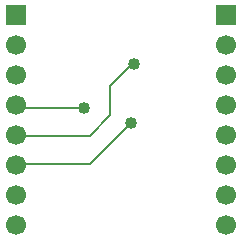
<source format=gbl>
G04 DipTrace 3.2.0.1*
G04 MSP430Diptracetut.gbl*
%MOIN*%
G04 #@! TF.FileFunction,Copper,L2,Bot*
G04 #@! TF.Part,Single*
G04 #@! TA.AperFunction,Conductor*
%ADD14C,0.008*%
G04 #@! TA.AperFunction,ComponentPad*
%ADD16R,0.066929X0.066929*%
%ADD17C,0.066929*%
G04 #@! TA.AperFunction,ViaPad*
%ADD19C,0.04*%
%FSLAX26Y26*%
G04*
G70*
G90*
G75*
G01*
G04 Bottom*
%LPD*%
X867701Y901874D2*
D14*
X729906Y764079D1*
X483843D1*
Y759748D1*
X710220Y949118D2*
X494472D1*
X483843Y959748D1*
X879512Y1098724D2*
X871638D1*
X796835Y1023921D1*
Y925496D1*
X729906Y858567D1*
X485024D1*
X483843Y859748D1*
D19*
X879512Y1098724D3*
X710220Y949118D3*
X867701Y901874D3*
D16*
X483843Y1259748D3*
D17*
Y1159748D3*
Y1059748D3*
Y959748D3*
Y859748D3*
Y759748D3*
Y659748D3*
Y559748D3*
D16*
X1183843Y1259748D3*
D17*
Y1159748D3*
Y1059748D3*
Y959748D3*
Y859748D3*
Y759748D3*
Y659748D3*
Y559748D3*
M02*

</source>
